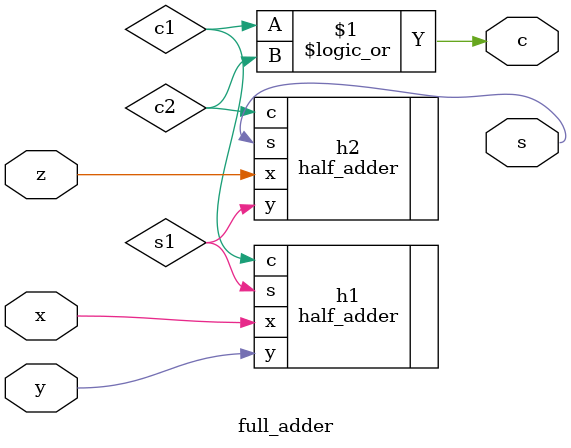
<source format=v>
module full_adder(
    input x, 
    input y, 
    input z, 
    output wire s, 
    output wire c
);

// Internal signals for half adder outputs
wire s1;
wire c1;
wire c2;

// Instantiate the first half-adder
half_adder h1(
    .x(x), 
    .y(y), 
    .s(s1), 
    .c(c1)
);

// Instantiate the second half-adder
half_adder h2(
    .x(z), 
    .y(s1), 
    .s(s), 
    .c(c2)
);

// Compute the final carry-out
assign c = c1 || c2;

endmodule
/*
module testbench;
reg x,y,z;
integer i,j,k;
wire s,c;
full_adder a_instance(.x(x), .y(y),.z(z),.s(s), .c(c));
initial begin
$monitor("x: %b y:%b z:%b sum:%b carry:%b", x, y,z,s,c);
x=0; y=0; z=0; #1;
for(i=0; i<2; i=i+1) begin
    for(j=0; j<2; j=j+1) begin
        for(k=0; k<2; k=k+1) begin
            
                x=i; y=j; z=k; 
                #1;

            end
        end
    end
end
endmodule
*/
</source>
